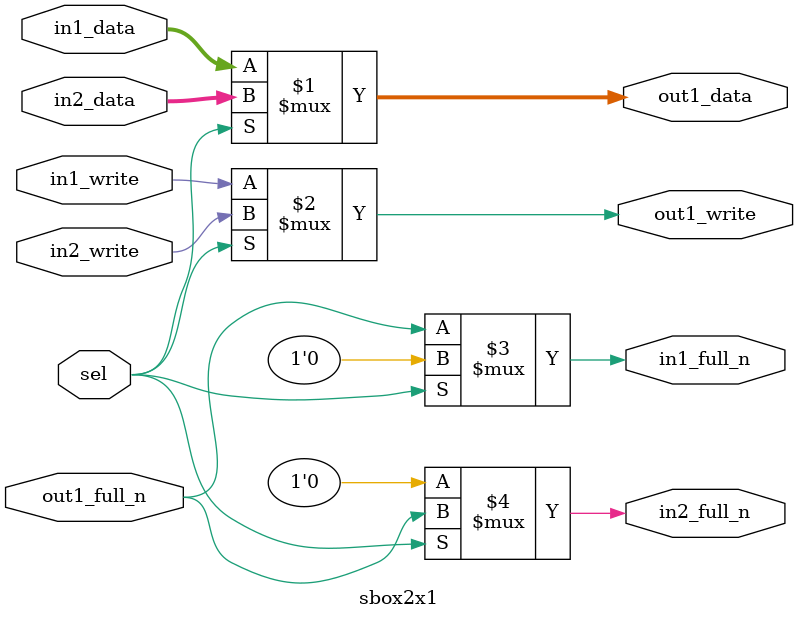
<source format=v>

module sbox2x1 #(
	parameter SIZE = 32
)(
	output [SIZE-1 : 0] out1_data,
	input out1_full_n,
	output out1_write,
	input [SIZE-1 : 0] in1_data,
	input [SIZE-1 : 0] in2_data,
	output in1_full_n,
	output in2_full_n,
	input in1_write,
	input in2_write,
	input sel
);


assign out1_data = sel ? in2_data : in1_data;
assign out1_write = sel ? in2_write : in1_write;
assign in1_full_n = sel ? {1{1'b0}} : out1_full_n;
assign in2_full_n = sel ? out1_full_n : {1{1'b0}};

endmodule

</source>
